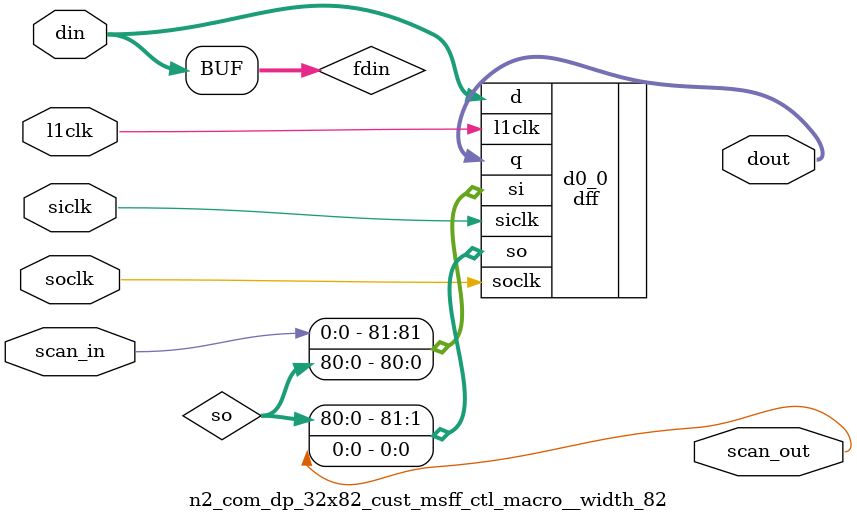
<source format=v>
`define OUTFLOP_n2_com_dp_32x82_cust  TRUE		



module n2_com_dp_32x82_cust (
  wr_adr, 
  wr_en, 
  rd_adr, 
  rd_en, 
  din, 
  dout, 
  rdclk, 
  wrclk, 
  scan_in, 
  tcu_pce_ov, 
  tcu_aclk, 
  tcu_bclk, 
  tcu_array_wr_inhibit, 
  tcu_se_scancollar_in, 
  tcu_se_scancollar_out, 
  bist_clk_mux_sel, 
  rd_pce, 
  wr_pce, 
  scan_out);
wire rd_lce;
wire wr_lce;
wire rdclk_in;
wire wrclk_in;
wire rdclk_free;
wire wrclk_free;
wire rdclk_out;
wire dff_wr_addr_scanin;
wire dff_wr_addr_scanout;
wire [4:0] wr_adr_d1;
wire [4:1] dff_rd_addr_scan;
wire dff_rd_addr_scanin;
wire dff_rd_addr_scanout;
wire [4:0] rd_adr_d1;
wire [4:0] rd_adr_mq_l_unused;
wire [4:0] rd_adr_q_unused;
wire [4:0] rd_adr_q_l_unused;
wire dff_rd_en_scanin;
wire dff_rd_en_scanout;
wire rd_en_d1;
wire rd_en_mq_l_unused;
wire rd_en_q_unused;
wire rd_en_q_l_unused;
wire dff_wr_en_scanin;
wire dff_wr_en_scanout;
wire wr_en_d1;
wire [40:1] dff_din_hi_scan;
wire dff_din_hi_scanin;
wire dff_din_hi_scanout;
wire [81:0] din_d1;
wire [40:1] dff_din_lo_scan;
wire dff_din_lo_scanin;
wire dff_din_lo_scanout;
wire wr_inh_;
wire rd_en_d1_qual;
wire wr_en_d1_qual;
wire [81:0] local_dout;
wire dff_dout_scanin;
wire dff_dout_scanout;
		
input	[4:0]	wr_adr;
input			wr_en;
input	[4:0]	rd_adr;
input			rd_en;
input	[81:0] 	din;
output	[81:0]	dout;
input		rdclk;
input		wrclk;
input		scan_in;
input		tcu_pce_ov;
input		tcu_aclk;
input		tcu_bclk;
input		tcu_array_wr_inhibit;
input		tcu_se_scancollar_in;

input		tcu_se_scancollar_out;

input		bist_clk_mux_sel;
input		rd_pce;
input		wr_pce;
output		scan_out;

// synopsys translate_off

wire pce_ov	= tcu_pce_ov;
wire siclk	= tcu_aclk;
wire soclk	= tcu_bclk;
//================================================
// Clock headers
//================================================
cl_mc1_bistlatch_4x rd_pce_lat (
	.l2clk	(rdclk),
	.pce	(rd_pce),
	.pce_ov	(pce_ov),
	.lce	(rd_lce)
);
cl_mc1_bistlatch_4x wr_pce_lat (
	.l2clk	(wrclk),
	.pce	(wr_pce),
	.pce_ov	(pce_ov),
	.lce	(wr_lce)
);
cl_mc1_bistl1hdr_8x rch_in (
        .l2clk  (rdclk), 
        .se     (tcu_se_scancollar_in),
	.clksel	(bist_clk_mux_sel),
	.bistclk(rdclk),
	.lce	(rd_lce),
        .l1clk  (rdclk_in)
);
cl_mc1_bistl1hdr_8x wch_in (
        .l2clk  (wrclk), 
        .se     (tcu_se_scancollar_in),
	.clksel	(bist_clk_mux_sel),
	.bistclk(rdclk),
	.lce	(wr_lce),
        .l1clk  (wrclk_in)
);
cl_mc1_bistl1hdr_8x rch_free (
        .l2clk  (rdclk), 
        .se     (1'b0),
	.clksel	(bist_clk_mux_sel),
	.bistclk(rdclk),
	.lce	(rd_lce),
        .l1clk  (rdclk_free)
);
cl_mc1_bistl1hdr_8x wch_free (
        .l2clk  (wrclk), 
        .se     (1'b0),
	.clksel	(bist_clk_mux_sel),
	.bistclk(rdclk),
	.lce	(wr_lce),
        .l1clk  (wrclk_free)
);

cl_mc1_bistl1hdr_8x rch_out (
        .l2clk  (rdclk), 
        .se     (tcu_se_scancollar_out),
	.clksel	(bist_clk_mux_sel),
	.bistclk(rdclk),
	.lce	(rd_lce),
        .l1clk  (rdclk_out)
);

///////////////////////////////////////////////////////////////
// Flop the inputs                                           //
///////////////////////////////////////////////////////////////
n2_com_dp_32x82_cust_msff_ctl_macro__width_5 dff_wr_addr  (
	.scan_in	(dff_wr_addr_scanin),
	.scan_out	(dff_wr_addr_scanout),
	.l1clk		(wrclk_in),
	.din		(wr_adr[4:0]),
	.dout		(wr_adr_d1[4:0]),
  .siclk(siclk),
  .soclk(soclk)
);
n2_com_dp_32x82_cust_sram_msff_mo_macro__fs_1__width_5 dff_rd_addr   (
	.scan_in	({dff_rd_addr_scan[4:1],dff_rd_addr_scanin}),
	.scan_out	({dff_rd_addr_scanout,dff_rd_addr_scan[4:1]}),
	.l1clk		(rdclk_in),
	.and_clk	(rdclk_in),
	.d		(rd_adr[4:0]),
	.mq		(rd_adr_d1[4:0]),
	.mq_l		(rd_adr_mq_l_unused[4:0]),
	.q		(rd_adr_q_unused[4:0]),
	.q_l		(rd_adr_q_l_unused[4:0]),
  .siclk(siclk),
  .soclk(soclk)
);
n2_com_dp_32x82_cust_sram_msff_mo_macro__width_1 dff_rd_en  (
	.scan_in	(dff_rd_en_scanin),
	.scan_out	(dff_rd_en_scanout),
	.l1clk		(rdclk_in),
	.and_clk	(rdclk_in),
	.d		(rd_en),
	.mq		(rd_en_d1),
	.mq_l		(rd_en_mq_l_unused),
	.q		(rd_en_q_unused),
	.q_l		(rd_en_q_l_unused),
  .siclk(siclk),
  .soclk(soclk)
);
n2_com_dp_32x82_cust_msff_ctl_macro__width_1 dff_wr_en  (
	.scan_in	(dff_wr_en_scanin),
	.scan_out	(dff_wr_en_scanout),
	.l1clk		(wrclk_in),
	.din		(wr_en),
	.dout		(wr_en_d1),
  .siclk(siclk),
  .soclk(soclk)
);
n2_com_dp_32x82_cust_msff_ctl_macro__fs_1__width_41 dff_din_hi   (
	.scan_in	({dff_din_hi_scan[40:1],dff_din_hi_scanin}),
	.scan_out	({dff_din_hi_scanout,dff_din_hi_scan[40:1]}),
	.l1clk		(wrclk_in),
	.din		(din[81:41]),
	.dout		(din_d1[81:41]),
  .siclk(siclk),
  .soclk(soclk)
);
n2_com_dp_32x82_cust_msff_ctl_macro__fs_1__width_41 dff_din_lo   (
	.scan_in	({dff_din_lo_scan[40:1],dff_din_lo_scanin}),
	.scan_out	({dff_din_lo_scanout,dff_din_lo_scan[40:1]}),
	.l1clk		(wrclk_in),
	.din		(din[40:0]),
	.dout		(din_d1[40:0]),
  .siclk(siclk),
  .soclk(soclk)
);
n2_com_dp_32x82_cust_inv_macro__width_1 wr_inh_inv  (
	.din		(tcu_array_wr_inhibit),
	.dout		(wr_inh_)
);
n2_com_dp_32x82_cust_and_macro__width_2 enable_qual  (
	.din0		({2{wr_inh_}}),
	.din1		({rd_en_d1,wr_en_d1}),
	.dout		({rd_en_d1_qual,wr_en_d1_qual})
);
n2_com_dp_32x82_cust_n2_com_array_macro__rows_32__width_82__z_array array    (
	.rclk	(rdclk_free),
	.wclk	(wrclk_free),
	.wr_adr (wr_adr_d1[4:0]),
	.wr_en	(wr_en_d1_qual),
	.rd_adr (rd_adr_d1[4:0]),
	.rd_en	(rd_en_d1_qual),
	.din	(din_d1[81:0]),
	.dout	(local_dout[81:0])
);

n2_com_dp_32x82_cust_msff_ctl_macro__width_82 dff_dout  (
	.scan_in	(dff_dout_scanin),
	.scan_out	(dff_dout_scanout),
	.l1clk		(rdclk_out),
	.din		(local_dout[81:0]),
	.dout		(dout[81:0]),
  .siclk(siclk),
  .soclk(soclk)
);


supply0 vss;
supply1 vdd;

// fixscan start:
assign dff_wr_addr_scanin         = scan_in                  ;
assign dff_rd_addr_scanin         = dff_wr_addr_scanout      ;
assign dff_wr_en_scanin           = dff_rd_addr_scanout      ;
assign dff_rd_en_scanin           = dff_wr_en_scanout        ;
assign dff_din_lo_scanin          = dff_rd_en_scanout        ;
assign dff_din_hi_scanin          = dff_din_lo_scanout       ;
assign dff_dout_scanin            = dff_din_hi_scanout       ;
assign scan_out                   = dff_dout_scanout         ;
// fixscan end:


// synopsys translate_on

endmodule







// any PARAMS parms go into naming of macro

module n2_com_dp_32x82_cust_msff_ctl_macro__width_5 (
  din, 
  l1clk, 
  scan_in, 
  siclk, 
  soclk, 
  dout, 
  scan_out);
wire [4:0] fdin;
wire [3:0] so;

  input [4:0] din;
  input l1clk;
  input scan_in;


  input siclk;
  input soclk;

  output [4:0] dout;
  output scan_out;
assign fdin[4:0] = din[4:0];






dff #(5)  d0_0 (
.l1clk(l1clk),
.siclk(siclk),
.soclk(soclk),
.d(fdin[4:0]),
.si({scan_in,so[3:0]}),
.so({so[3:0],scan_out}),
.q(dout[4:0])
);












endmodule









//
//   macro for cl_mc1_sram_msff_mo_{16,8,4}x flops
//
//





module n2_com_dp_32x82_cust_sram_msff_mo_macro__fs_1__width_5 (
  d, 
  scan_in, 
  l1clk, 
  and_clk, 
  siclk, 
  soclk, 
  mq, 
  mq_l, 
  scan_out, 
  q, 
  q_l);
input [4:0] d;
  input [4:0] scan_in;
input l1clk;
input and_clk;
input siclk;
input soclk;
output [4:0] mq;
output [4:0] mq_l;
  output [4:0] scan_out;
output [4:0] q;
output [4:0] q_l;






new_dlata #(5)  d0_0 (
.d(d[4:0]),
.si(scan_in[4:0]),
.so(scan_out[4:0]),
.l1clk(l1clk),
.and_clk(and_clk),
.siclk(siclk),
.soclk(soclk),
.q(q[4:0]),
.q_l(q_l[4:0]),
.mq(mq[4:0]),
.mq_l(mq_l[4:0])
);










//place::generic_place($width,$stack,$left);

endmodule





//
//   macro for cl_mc1_sram_msff_mo_{16,8,4}x flops
//
//





module n2_com_dp_32x82_cust_sram_msff_mo_macro__width_1 (
  d, 
  scan_in, 
  l1clk, 
  and_clk, 
  siclk, 
  soclk, 
  mq, 
  mq_l, 
  scan_out, 
  q, 
  q_l);
input [0:0] d;
  input scan_in;
input l1clk;
input and_clk;
input siclk;
input soclk;
output [0:0] mq;
output [0:0] mq_l;
  output scan_out;
output [0:0] q;
output [0:0] q_l;






new_dlata #(1)  d0_0 (
.d(d[0:0]),
.si(scan_in),
.so(scan_out),
.l1clk(l1clk),
.and_clk(and_clk),
.siclk(siclk),
.soclk(soclk),
.q(q[0:0]),
.q_l(q_l[0:0]),
.mq(mq[0:0]),
.mq_l(mq_l[0:0])
);










//place::generic_place($width,$stack,$left);

endmodule









// any PARAMS parms go into naming of macro

module n2_com_dp_32x82_cust_msff_ctl_macro__width_1 (
  din, 
  l1clk, 
  scan_in, 
  siclk, 
  soclk, 
  dout, 
  scan_out);
wire [0:0] fdin;

  input [0:0] din;
  input l1clk;
  input scan_in;


  input siclk;
  input soclk;

  output [0:0] dout;
  output scan_out;
assign fdin[0:0] = din[0:0];






dff #(1)  d0_0 (
.l1clk(l1clk),
.siclk(siclk),
.soclk(soclk),
.d(fdin[0:0]),
.si(scan_in),
.so(scan_out),
.q(dout[0:0])
);












endmodule













// any PARAMS parms go into naming of macro

module n2_com_dp_32x82_cust_msff_ctl_macro__fs_1__width_41 (
  din, 
  l1clk, 
  scan_in, 
  siclk, 
  soclk, 
  dout, 
  scan_out);
wire [40:0] fdin;

  input [40:0] din;
  input l1clk;
  input [40:0] scan_in;


  input siclk;
  input soclk;

  output [40:0] dout;
  output [40:0] scan_out;
assign fdin[40:0] = din[40:0];






dff #(41)  d0_0 (
.l1clk(l1clk),
.siclk(siclk),
.soclk(soclk),
.d(fdin[40:0]),
.si(scan_in[40:0]),
.so(scan_out[40:0]),
.q(dout[40:0])
);












endmodule









//
//   invert macro
//
//





module n2_com_dp_32x82_cust_inv_macro__width_1 (
  din, 
  dout);
  input [0:0] din;
  output [0:0] dout;






inv #(1)  d0_0 (
.in(din[0:0]),
.out(dout[0:0])
);









endmodule





//  
//   and macro for ports = 2,3,4
//
//





module n2_com_dp_32x82_cust_and_macro__width_2 (
  din0, 
  din1, 
  dout);
  input [1:0] din0;
  input [1:0] din1;
  output [1:0] dout;






and2 #(2)  d0_0 (
.in0(din0[1:0]),
.in1(din1[1:0]),
.out(dout[1:0])
);









endmodule










module n2_com_dp_32x82_cust_n2_com_array_macro__rows_32__width_82__z_array (
  rclk, 
  wclk, 
  rd_adr, 
  rd_en, 
  wr_en, 
  wr_adr, 
  din, 
  dout);

input		rclk;
input		wclk;
input	[4:0]	rd_adr;
input		rd_en;
input		wr_en;
input	[4:0]	wr_adr;
input	[82-1:0]	din;
output	[82-1:0]	dout; 



reg	[82-1:0]	mem[32-1:0];
reg	[82-1:0]	local_dout;

`ifndef NOINITMEM
// Emulate reset
integer i;
initial begin
 for (i=0; i<32; i=i+1) begin
   mem[i] = 82'b0;
 end
 local_dout = 82'b0;
end
`endif
//////////////////////
// Read/write array
//////////////////////
always @(negedge wclk) begin
   if (wr_en) begin
       mem[wr_adr] <= din;


   end
end
always @(rclk or rd_en or wr_en or rd_adr or wr_adr) begin
   if (rclk) begin
     if (rd_en) begin
         if (wr_en & (wr_adr[4:0] == rd_adr[4:0]))
             local_dout[82-1:0] <= 82'hx;
         else
             local_dout[82-1:0] <= mem[rd_adr] ;
     end
     else
             local_dout[82-1:0] <= ~(82'h0);
  end
end
assign dout[82-1:0] = local_dout[82-1:0];
supply0 vss;
supply1 vdd;




endmodule 






// any PARAMS parms go into naming of macro

module n2_com_dp_32x82_cust_msff_ctl_macro__width_82 (
  din, 
  l1clk, 
  scan_in, 
  siclk, 
  soclk, 
  dout, 
  scan_out);
wire [81:0] fdin;
wire [80:0] so;

  input [81:0] din;
  input l1clk;
  input scan_in;


  input siclk;
  input soclk;

  output [81:0] dout;
  output scan_out;
assign fdin[81:0] = din[81:0];






dff #(82)  d0_0 (
.l1clk(l1clk),
.siclk(siclk),
.soclk(soclk),
.d(fdin[81:0]),
.si({scan_in,so[80:0]}),
.so({so[80:0],scan_out}),
.q(dout[81:0])
);












endmodule









</source>
